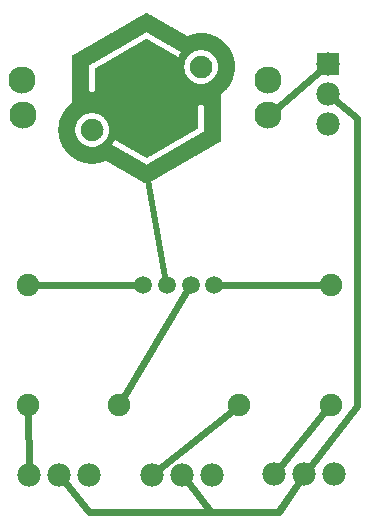
<source format=gtl>
G04 MADE WITH FRITZING*
G04 WWW.FRITZING.ORG*
G04 DOUBLE SIDED*
G04 HOLES PLATED*
G04 CONTOUR ON CENTER OF CONTOUR VECTOR*
%ASAXBY*%
%FSLAX23Y23*%
%MOIN*%
%OFA0B0*%
%SFA1.0B1.0*%
%ADD10C,0.078000*%
%ADD11C,0.075000*%
%ADD12C,0.090551*%
%ADD13C,0.059055*%
%ADD14R,0.100000X0.011111*%
%ADD15R,0.078000X0.078000*%
%ADD16C,0.024000*%
%ADD17C,0.021000*%
%ADD18R,0.001000X0.001000*%
%LNCOPPER1*%
G90*
G70*
G54D10*
X1143Y1542D03*
X1143Y1442D03*
X1143Y1342D03*
G54D11*
X1151Y807D03*
X1151Y407D03*
X444Y405D03*
X844Y405D03*
X143Y807D03*
X143Y407D03*
G54D10*
X1163Y176D03*
X1063Y176D03*
X963Y176D03*
X756Y174D03*
X656Y174D03*
X556Y174D03*
X345Y174D03*
X245Y174D03*
X145Y174D03*
G54D12*
X943Y1372D03*
X942Y1491D03*
X124Y1372D03*
X123Y1491D03*
G54D13*
X762Y806D03*
X684Y806D03*
X605Y806D03*
X526Y806D03*
G54D14*
X536Y1194D03*
G54D15*
X1143Y1542D03*
G54D16*
X1122Y807D02*
X789Y806D01*
D02*
X172Y807D02*
X499Y806D01*
D02*
X459Y429D02*
X670Y783D01*
D02*
X145Y204D02*
X143Y379D01*
D02*
X580Y193D02*
X822Y387D01*
D02*
X982Y199D02*
X1133Y385D01*
G54D17*
D02*
X600Y833D02*
X536Y1194D01*
G54D16*
D02*
X1240Y1363D02*
X1166Y1423D01*
D02*
X1240Y402D02*
X1240Y1363D01*
D02*
X1081Y199D02*
X1240Y402D01*
D02*
X1120Y1523D02*
X967Y1392D01*
D02*
X977Y50D02*
X346Y50D01*
D02*
X346Y50D02*
X264Y151D01*
D02*
X1046Y151D02*
X977Y50D01*
D02*
X976Y50D02*
X751Y50D01*
D02*
X751Y50D02*
X675Y150D01*
D02*
X1046Y151D02*
X976Y50D01*
G54D18*
X536Y1713D02*
X538Y1713D01*
X535Y1712D02*
X540Y1712D01*
X533Y1711D02*
X541Y1711D01*
X531Y1710D02*
X543Y1710D01*
X529Y1709D02*
X545Y1709D01*
X528Y1708D02*
X546Y1708D01*
X526Y1707D02*
X548Y1707D01*
X524Y1706D02*
X550Y1706D01*
X522Y1705D02*
X552Y1705D01*
X521Y1704D02*
X553Y1704D01*
X519Y1703D02*
X555Y1703D01*
X517Y1702D02*
X557Y1702D01*
X515Y1701D02*
X559Y1701D01*
X514Y1700D02*
X560Y1700D01*
X512Y1699D02*
X562Y1699D01*
X510Y1698D02*
X564Y1698D01*
X509Y1697D02*
X566Y1697D01*
X507Y1696D02*
X567Y1696D01*
X505Y1695D02*
X569Y1695D01*
X503Y1694D02*
X571Y1694D01*
X502Y1693D02*
X572Y1693D01*
X500Y1692D02*
X574Y1692D01*
X498Y1691D02*
X576Y1691D01*
X496Y1690D02*
X578Y1690D01*
X495Y1689D02*
X579Y1689D01*
X493Y1688D02*
X581Y1688D01*
X491Y1687D02*
X583Y1687D01*
X490Y1686D02*
X585Y1686D01*
X488Y1685D02*
X586Y1685D01*
X486Y1684D02*
X588Y1684D01*
X484Y1683D02*
X590Y1683D01*
X483Y1682D02*
X591Y1682D01*
X481Y1681D02*
X593Y1681D01*
X479Y1680D02*
X595Y1680D01*
X477Y1679D02*
X597Y1679D01*
X476Y1678D02*
X598Y1678D01*
X474Y1677D02*
X600Y1677D01*
X472Y1676D02*
X602Y1676D01*
X470Y1675D02*
X604Y1675D01*
X469Y1674D02*
X605Y1674D01*
X467Y1673D02*
X607Y1673D01*
X465Y1672D02*
X609Y1672D01*
X464Y1671D02*
X611Y1671D01*
X462Y1670D02*
X612Y1670D01*
X460Y1669D02*
X614Y1669D01*
X458Y1668D02*
X616Y1668D01*
X457Y1667D02*
X617Y1667D01*
X455Y1666D02*
X619Y1666D01*
X453Y1665D02*
X621Y1665D01*
X451Y1664D02*
X623Y1664D01*
X450Y1663D02*
X624Y1663D01*
X448Y1662D02*
X626Y1662D01*
X446Y1661D02*
X628Y1661D01*
X444Y1660D02*
X630Y1660D01*
X443Y1659D02*
X631Y1659D01*
X441Y1658D02*
X633Y1658D01*
X439Y1657D02*
X635Y1657D01*
X438Y1656D02*
X637Y1656D01*
X436Y1655D02*
X638Y1655D01*
X434Y1654D02*
X640Y1654D01*
X432Y1653D02*
X642Y1653D01*
X431Y1652D02*
X643Y1652D01*
X429Y1651D02*
X645Y1651D01*
X427Y1650D02*
X647Y1650D01*
X425Y1649D02*
X649Y1649D01*
X424Y1648D02*
X536Y1648D01*
X538Y1648D02*
X650Y1648D01*
X422Y1647D02*
X534Y1647D01*
X540Y1647D02*
X652Y1647D01*
X420Y1646D02*
X533Y1646D01*
X541Y1646D02*
X654Y1646D01*
X419Y1645D02*
X531Y1645D01*
X543Y1645D02*
X656Y1645D01*
X708Y1645D02*
X730Y1645D01*
X417Y1644D02*
X529Y1644D01*
X545Y1644D02*
X657Y1644D01*
X701Y1644D02*
X737Y1644D01*
X415Y1643D02*
X528Y1643D01*
X547Y1643D02*
X659Y1643D01*
X695Y1643D02*
X742Y1643D01*
X413Y1642D02*
X526Y1642D01*
X548Y1642D02*
X661Y1642D01*
X691Y1642D02*
X747Y1642D01*
X412Y1641D02*
X524Y1641D01*
X550Y1641D02*
X663Y1641D01*
X688Y1641D02*
X750Y1641D01*
X410Y1640D02*
X522Y1640D01*
X552Y1640D02*
X664Y1640D01*
X684Y1640D02*
X753Y1640D01*
X408Y1639D02*
X521Y1639D01*
X554Y1639D02*
X666Y1639D01*
X682Y1639D02*
X756Y1639D01*
X406Y1638D02*
X519Y1638D01*
X555Y1638D02*
X668Y1638D01*
X679Y1638D02*
X759Y1638D01*
X405Y1637D02*
X517Y1637D01*
X557Y1637D02*
X669Y1637D01*
X676Y1637D02*
X761Y1637D01*
X403Y1636D02*
X515Y1636D01*
X559Y1636D02*
X671Y1636D01*
X674Y1636D02*
X764Y1636D01*
X401Y1635D02*
X514Y1635D01*
X560Y1635D02*
X766Y1635D01*
X399Y1634D02*
X512Y1634D01*
X562Y1634D02*
X768Y1634D01*
X398Y1633D02*
X510Y1633D01*
X564Y1633D02*
X770Y1633D01*
X396Y1632D02*
X508Y1632D01*
X566Y1632D02*
X772Y1632D01*
X394Y1631D02*
X507Y1631D01*
X567Y1631D02*
X774Y1631D01*
X393Y1630D02*
X505Y1630D01*
X569Y1630D02*
X775Y1630D01*
X391Y1629D02*
X503Y1629D01*
X571Y1629D02*
X777Y1629D01*
X389Y1628D02*
X502Y1628D01*
X573Y1628D02*
X779Y1628D01*
X387Y1627D02*
X500Y1627D01*
X574Y1627D02*
X780Y1627D01*
X386Y1626D02*
X498Y1626D01*
X536Y1626D02*
X538Y1626D01*
X576Y1626D02*
X782Y1626D01*
X384Y1625D02*
X496Y1625D01*
X534Y1625D02*
X540Y1625D01*
X578Y1625D02*
X783Y1625D01*
X382Y1624D02*
X495Y1624D01*
X532Y1624D02*
X542Y1624D01*
X580Y1624D02*
X784Y1624D01*
X380Y1623D02*
X493Y1623D01*
X531Y1623D02*
X543Y1623D01*
X581Y1623D02*
X786Y1623D01*
X379Y1622D02*
X491Y1622D01*
X529Y1622D02*
X545Y1622D01*
X583Y1622D02*
X787Y1622D01*
X377Y1621D02*
X489Y1621D01*
X527Y1621D02*
X547Y1621D01*
X585Y1621D02*
X788Y1621D01*
X375Y1620D02*
X488Y1620D01*
X525Y1620D02*
X549Y1620D01*
X586Y1620D02*
X790Y1620D01*
X373Y1619D02*
X486Y1619D01*
X524Y1619D02*
X550Y1619D01*
X588Y1619D02*
X791Y1619D01*
X372Y1618D02*
X484Y1618D01*
X522Y1618D02*
X552Y1618D01*
X590Y1618D02*
X792Y1618D01*
X370Y1617D02*
X482Y1617D01*
X520Y1617D02*
X554Y1617D01*
X592Y1617D02*
X793Y1617D01*
X368Y1616D02*
X481Y1616D01*
X518Y1616D02*
X556Y1616D01*
X593Y1616D02*
X794Y1616D01*
X367Y1615D02*
X479Y1615D01*
X517Y1615D02*
X557Y1615D01*
X595Y1615D02*
X795Y1615D01*
X365Y1614D02*
X477Y1614D01*
X515Y1614D02*
X559Y1614D01*
X597Y1614D02*
X796Y1614D01*
X363Y1613D02*
X476Y1613D01*
X513Y1613D02*
X561Y1613D01*
X599Y1613D02*
X797Y1613D01*
X361Y1612D02*
X474Y1612D01*
X512Y1612D02*
X563Y1612D01*
X600Y1612D02*
X798Y1612D01*
X360Y1611D02*
X472Y1611D01*
X510Y1611D02*
X564Y1611D01*
X602Y1611D02*
X799Y1611D01*
X358Y1610D02*
X470Y1610D01*
X508Y1610D02*
X566Y1610D01*
X604Y1610D02*
X800Y1610D01*
X356Y1609D02*
X469Y1609D01*
X506Y1609D02*
X568Y1609D01*
X606Y1609D02*
X801Y1609D01*
X354Y1608D02*
X467Y1608D01*
X505Y1608D02*
X569Y1608D01*
X607Y1608D02*
X802Y1608D01*
X353Y1607D02*
X465Y1607D01*
X503Y1607D02*
X571Y1607D01*
X609Y1607D02*
X803Y1607D01*
X351Y1606D02*
X463Y1606D01*
X501Y1606D02*
X573Y1606D01*
X611Y1606D02*
X804Y1606D01*
X349Y1605D02*
X462Y1605D01*
X499Y1605D02*
X575Y1605D01*
X612Y1605D02*
X805Y1605D01*
X348Y1604D02*
X460Y1604D01*
X498Y1604D02*
X576Y1604D01*
X614Y1604D02*
X806Y1604D01*
X346Y1603D02*
X458Y1603D01*
X496Y1603D02*
X578Y1603D01*
X616Y1603D02*
X806Y1603D01*
X344Y1602D02*
X456Y1602D01*
X494Y1602D02*
X580Y1602D01*
X618Y1602D02*
X807Y1602D01*
X342Y1601D02*
X455Y1601D01*
X492Y1601D02*
X582Y1601D01*
X619Y1601D02*
X808Y1601D01*
X341Y1600D02*
X453Y1600D01*
X491Y1600D02*
X583Y1600D01*
X621Y1600D02*
X809Y1600D01*
X339Y1599D02*
X451Y1599D01*
X489Y1599D02*
X585Y1599D01*
X623Y1599D02*
X809Y1599D01*
X337Y1598D02*
X450Y1598D01*
X487Y1598D02*
X587Y1598D01*
X625Y1598D02*
X810Y1598D01*
X335Y1597D02*
X448Y1597D01*
X486Y1597D02*
X589Y1597D01*
X626Y1597D02*
X811Y1597D01*
X334Y1596D02*
X446Y1596D01*
X484Y1596D02*
X590Y1596D01*
X628Y1596D02*
X812Y1596D01*
X332Y1595D02*
X444Y1595D01*
X482Y1595D02*
X592Y1595D01*
X630Y1595D02*
X812Y1595D01*
X330Y1594D02*
X443Y1594D01*
X480Y1594D02*
X594Y1594D01*
X632Y1594D02*
X813Y1594D01*
X328Y1593D02*
X441Y1593D01*
X479Y1593D02*
X595Y1593D01*
X633Y1593D02*
X814Y1593D01*
X327Y1592D02*
X439Y1592D01*
X477Y1592D02*
X597Y1592D01*
X635Y1592D02*
X814Y1592D01*
X325Y1591D02*
X437Y1591D01*
X475Y1591D02*
X599Y1591D01*
X637Y1591D02*
X815Y1591D01*
X323Y1590D02*
X436Y1590D01*
X473Y1590D02*
X601Y1590D01*
X638Y1590D02*
X815Y1590D01*
X322Y1589D02*
X434Y1589D01*
X472Y1589D02*
X602Y1589D01*
X640Y1589D02*
X816Y1589D01*
X320Y1588D02*
X432Y1588D01*
X470Y1588D02*
X604Y1588D01*
X642Y1588D02*
X708Y1588D01*
X729Y1588D02*
X817Y1588D01*
X318Y1587D02*
X430Y1587D01*
X468Y1587D02*
X606Y1587D01*
X644Y1587D02*
X704Y1587D01*
X734Y1587D02*
X817Y1587D01*
X316Y1586D02*
X429Y1586D01*
X467Y1586D02*
X608Y1586D01*
X645Y1586D02*
X700Y1586D01*
X737Y1586D02*
X818Y1586D01*
X315Y1585D02*
X427Y1585D01*
X465Y1585D02*
X609Y1585D01*
X647Y1585D02*
X698Y1585D01*
X740Y1585D02*
X818Y1585D01*
X313Y1584D02*
X425Y1584D01*
X463Y1584D02*
X611Y1584D01*
X649Y1584D02*
X695Y1584D01*
X742Y1584D02*
X819Y1584D01*
X311Y1583D02*
X424Y1583D01*
X461Y1583D02*
X613Y1583D01*
X651Y1583D02*
X693Y1583D01*
X744Y1583D02*
X819Y1583D01*
X309Y1582D02*
X422Y1582D01*
X460Y1582D02*
X615Y1582D01*
X652Y1582D02*
X691Y1582D01*
X746Y1582D02*
X820Y1582D01*
X308Y1581D02*
X420Y1581D01*
X458Y1581D02*
X616Y1581D01*
X652Y1581D02*
X690Y1581D01*
X748Y1581D02*
X820Y1581D01*
X306Y1580D02*
X418Y1580D01*
X456Y1580D02*
X618Y1580D01*
X651Y1580D02*
X688Y1580D01*
X750Y1580D02*
X821Y1580D01*
X304Y1579D02*
X417Y1579D01*
X454Y1579D02*
X620Y1579D01*
X651Y1579D02*
X686Y1579D01*
X751Y1579D02*
X821Y1579D01*
X302Y1578D02*
X415Y1578D01*
X453Y1578D02*
X621Y1578D01*
X650Y1578D02*
X685Y1578D01*
X752Y1578D02*
X822Y1578D01*
X301Y1577D02*
X413Y1577D01*
X451Y1577D02*
X623Y1577D01*
X649Y1577D02*
X684Y1577D01*
X754Y1577D02*
X822Y1577D01*
X299Y1576D02*
X411Y1576D01*
X449Y1576D02*
X625Y1576D01*
X649Y1576D02*
X682Y1576D01*
X755Y1576D02*
X822Y1576D01*
X297Y1575D02*
X410Y1575D01*
X447Y1575D02*
X627Y1575D01*
X648Y1575D02*
X681Y1575D01*
X756Y1575D02*
X823Y1575D01*
X296Y1574D02*
X408Y1574D01*
X446Y1574D02*
X628Y1574D01*
X647Y1574D02*
X680Y1574D01*
X757Y1574D02*
X823Y1574D01*
X294Y1573D02*
X406Y1573D01*
X444Y1573D02*
X630Y1573D01*
X647Y1573D02*
X679Y1573D01*
X758Y1573D02*
X824Y1573D01*
X292Y1572D02*
X404Y1572D01*
X442Y1572D02*
X632Y1572D01*
X646Y1572D02*
X678Y1572D01*
X759Y1572D02*
X824Y1572D01*
X290Y1571D02*
X403Y1571D01*
X441Y1571D02*
X634Y1571D01*
X646Y1571D02*
X677Y1571D01*
X760Y1571D02*
X824Y1571D01*
X290Y1570D02*
X401Y1570D01*
X439Y1570D02*
X635Y1570D01*
X645Y1570D02*
X676Y1570D01*
X714Y1570D02*
X724Y1570D01*
X761Y1570D02*
X825Y1570D01*
X290Y1569D02*
X399Y1569D01*
X437Y1569D02*
X637Y1569D01*
X645Y1569D02*
X675Y1569D01*
X709Y1569D02*
X729Y1569D01*
X762Y1569D02*
X825Y1569D01*
X290Y1568D02*
X398Y1568D01*
X435Y1568D02*
X639Y1568D01*
X644Y1568D02*
X675Y1568D01*
X706Y1568D02*
X732Y1568D01*
X763Y1568D02*
X825Y1568D01*
X290Y1567D02*
X396Y1567D01*
X434Y1567D02*
X641Y1567D01*
X644Y1567D02*
X674Y1567D01*
X703Y1567D02*
X734Y1567D01*
X764Y1567D02*
X826Y1567D01*
X290Y1566D02*
X394Y1566D01*
X432Y1566D02*
X673Y1566D01*
X701Y1566D02*
X736Y1566D01*
X764Y1566D02*
X826Y1566D01*
X290Y1565D02*
X392Y1565D01*
X430Y1565D02*
X672Y1565D01*
X700Y1565D02*
X738Y1565D01*
X765Y1565D02*
X826Y1565D01*
X290Y1564D02*
X391Y1564D01*
X428Y1564D02*
X672Y1564D01*
X698Y1564D02*
X739Y1564D01*
X766Y1564D02*
X827Y1564D01*
X290Y1563D02*
X389Y1563D01*
X427Y1563D02*
X671Y1563D01*
X697Y1563D02*
X741Y1563D01*
X767Y1563D02*
X827Y1563D01*
X290Y1562D02*
X387Y1562D01*
X425Y1562D02*
X670Y1562D01*
X695Y1562D02*
X742Y1562D01*
X767Y1562D02*
X827Y1562D01*
X290Y1561D02*
X385Y1561D01*
X423Y1561D02*
X670Y1561D01*
X694Y1561D02*
X743Y1561D01*
X768Y1561D02*
X828Y1561D01*
X290Y1560D02*
X384Y1560D01*
X421Y1560D02*
X669Y1560D01*
X693Y1560D02*
X744Y1560D01*
X768Y1560D02*
X828Y1560D01*
X290Y1559D02*
X382Y1559D01*
X420Y1559D02*
X669Y1559D01*
X692Y1559D02*
X745Y1559D01*
X769Y1559D02*
X828Y1559D01*
X290Y1558D02*
X380Y1558D01*
X418Y1558D02*
X668Y1558D01*
X691Y1558D02*
X746Y1558D01*
X769Y1558D02*
X828Y1558D01*
X290Y1557D02*
X379Y1557D01*
X416Y1557D02*
X668Y1557D01*
X690Y1557D02*
X747Y1557D01*
X770Y1557D02*
X828Y1557D01*
X290Y1556D02*
X377Y1556D01*
X415Y1556D02*
X667Y1556D01*
X690Y1556D02*
X748Y1556D01*
X770Y1556D02*
X829Y1556D01*
X290Y1555D02*
X375Y1555D01*
X413Y1555D02*
X667Y1555D01*
X689Y1555D02*
X749Y1555D01*
X771Y1555D02*
X829Y1555D01*
X290Y1554D02*
X373Y1554D01*
X411Y1554D02*
X666Y1554D01*
X688Y1554D02*
X749Y1554D01*
X771Y1554D02*
X829Y1554D01*
X290Y1553D02*
X372Y1553D01*
X409Y1553D02*
X666Y1553D01*
X687Y1553D02*
X750Y1553D01*
X772Y1553D02*
X829Y1553D01*
X290Y1552D02*
X370Y1552D01*
X408Y1552D02*
X666Y1552D01*
X687Y1552D02*
X751Y1552D01*
X772Y1552D02*
X829Y1552D01*
X290Y1551D02*
X368Y1551D01*
X406Y1551D02*
X665Y1551D01*
X686Y1551D02*
X751Y1551D01*
X772Y1551D02*
X830Y1551D01*
X290Y1550D02*
X366Y1550D01*
X404Y1550D02*
X665Y1550D01*
X686Y1550D02*
X752Y1550D01*
X773Y1550D02*
X830Y1550D01*
X290Y1549D02*
X365Y1549D01*
X402Y1549D02*
X664Y1549D01*
X685Y1549D02*
X752Y1549D01*
X773Y1549D02*
X830Y1549D01*
X290Y1548D02*
X363Y1548D01*
X401Y1548D02*
X664Y1548D01*
X685Y1548D02*
X753Y1548D01*
X773Y1548D02*
X830Y1548D01*
X290Y1547D02*
X361Y1547D01*
X399Y1547D02*
X664Y1547D01*
X684Y1547D02*
X753Y1547D01*
X774Y1547D02*
X830Y1547D01*
X290Y1546D02*
X359Y1546D01*
X397Y1546D02*
X664Y1546D01*
X684Y1546D02*
X754Y1546D01*
X774Y1546D02*
X830Y1546D01*
X290Y1545D02*
X358Y1545D01*
X395Y1545D02*
X663Y1545D01*
X684Y1545D02*
X754Y1545D01*
X774Y1545D02*
X830Y1545D01*
X290Y1544D02*
X356Y1544D01*
X394Y1544D02*
X663Y1544D01*
X683Y1544D02*
X754Y1544D01*
X774Y1544D02*
X831Y1544D01*
X290Y1543D02*
X354Y1543D01*
X392Y1543D02*
X663Y1543D01*
X683Y1543D02*
X755Y1543D01*
X774Y1543D02*
X831Y1543D01*
X290Y1542D02*
X353Y1542D01*
X390Y1542D02*
X663Y1542D01*
X683Y1542D02*
X755Y1542D01*
X775Y1542D02*
X831Y1542D01*
X290Y1541D02*
X351Y1541D01*
X389Y1541D02*
X663Y1541D01*
X682Y1541D02*
X755Y1541D01*
X775Y1541D02*
X831Y1541D01*
X290Y1540D02*
X349Y1540D01*
X387Y1540D02*
X663Y1540D01*
X682Y1540D02*
X755Y1540D01*
X775Y1540D02*
X831Y1540D01*
X290Y1539D02*
X347Y1539D01*
X385Y1539D02*
X662Y1539D01*
X682Y1539D02*
X755Y1539D01*
X775Y1539D02*
X831Y1539D01*
X290Y1538D02*
X346Y1538D01*
X383Y1538D02*
X662Y1538D01*
X682Y1538D02*
X756Y1538D01*
X775Y1538D02*
X831Y1538D01*
X290Y1537D02*
X346Y1537D01*
X382Y1537D02*
X662Y1537D01*
X682Y1537D02*
X756Y1537D01*
X775Y1537D02*
X831Y1537D01*
X290Y1536D02*
X346Y1536D01*
X380Y1536D02*
X662Y1536D01*
X682Y1536D02*
X756Y1536D01*
X775Y1536D02*
X831Y1536D01*
X290Y1535D02*
X346Y1535D01*
X378Y1535D02*
X662Y1535D01*
X682Y1535D02*
X756Y1535D01*
X775Y1535D02*
X831Y1535D01*
X290Y1534D02*
X346Y1534D01*
X376Y1534D02*
X662Y1534D01*
X682Y1534D02*
X756Y1534D01*
X775Y1534D02*
X831Y1534D01*
X290Y1533D02*
X346Y1533D01*
X375Y1533D02*
X662Y1533D01*
X682Y1533D02*
X756Y1533D01*
X775Y1533D02*
X831Y1533D01*
X290Y1532D02*
X346Y1532D01*
X373Y1532D02*
X662Y1532D01*
X682Y1532D02*
X756Y1532D01*
X775Y1532D02*
X831Y1532D01*
X290Y1531D02*
X346Y1531D01*
X371Y1531D02*
X662Y1531D01*
X682Y1531D02*
X756Y1531D01*
X775Y1531D02*
X831Y1531D01*
X290Y1530D02*
X346Y1530D01*
X370Y1530D02*
X662Y1530D01*
X682Y1530D02*
X756Y1530D01*
X775Y1530D02*
X831Y1530D01*
X290Y1529D02*
X346Y1529D01*
X368Y1529D02*
X662Y1529D01*
X682Y1529D02*
X756Y1529D01*
X775Y1529D02*
X831Y1529D01*
X290Y1528D02*
X346Y1528D01*
X366Y1528D02*
X662Y1528D01*
X682Y1528D02*
X756Y1528D01*
X775Y1528D02*
X831Y1528D01*
X290Y1527D02*
X346Y1527D01*
X365Y1527D02*
X662Y1527D01*
X682Y1527D02*
X756Y1527D01*
X775Y1527D02*
X831Y1527D01*
X290Y1526D02*
X346Y1526D01*
X365Y1526D02*
X663Y1526D01*
X682Y1526D02*
X755Y1526D01*
X775Y1526D02*
X831Y1526D01*
X290Y1525D02*
X346Y1525D01*
X365Y1525D02*
X663Y1525D01*
X682Y1525D02*
X755Y1525D01*
X775Y1525D02*
X831Y1525D01*
X290Y1524D02*
X346Y1524D01*
X365Y1524D02*
X663Y1524D01*
X683Y1524D02*
X755Y1524D01*
X775Y1524D02*
X831Y1524D01*
X290Y1523D02*
X346Y1523D01*
X365Y1523D02*
X663Y1523D01*
X683Y1523D02*
X755Y1523D01*
X775Y1523D02*
X831Y1523D01*
X290Y1522D02*
X346Y1522D01*
X365Y1522D02*
X663Y1522D01*
X683Y1522D02*
X754Y1522D01*
X774Y1522D02*
X831Y1522D01*
X290Y1521D02*
X346Y1521D01*
X365Y1521D02*
X663Y1521D01*
X683Y1521D02*
X754Y1521D01*
X774Y1521D02*
X830Y1521D01*
X290Y1520D02*
X346Y1520D01*
X365Y1520D02*
X664Y1520D01*
X684Y1520D02*
X754Y1520D01*
X774Y1520D02*
X830Y1520D01*
X290Y1519D02*
X346Y1519D01*
X365Y1519D02*
X664Y1519D01*
X684Y1519D02*
X753Y1519D01*
X774Y1519D02*
X830Y1519D01*
X290Y1518D02*
X346Y1518D01*
X365Y1518D02*
X664Y1518D01*
X685Y1518D02*
X753Y1518D01*
X773Y1518D02*
X830Y1518D01*
X290Y1517D02*
X346Y1517D01*
X365Y1517D02*
X664Y1517D01*
X685Y1517D02*
X753Y1517D01*
X773Y1517D02*
X830Y1517D01*
X290Y1516D02*
X346Y1516D01*
X365Y1516D02*
X665Y1516D01*
X685Y1516D02*
X752Y1516D01*
X773Y1516D02*
X830Y1516D01*
X290Y1515D02*
X346Y1515D01*
X365Y1515D02*
X665Y1515D01*
X686Y1515D02*
X752Y1515D01*
X773Y1515D02*
X830Y1515D01*
X290Y1514D02*
X346Y1514D01*
X365Y1514D02*
X665Y1514D01*
X687Y1514D02*
X751Y1514D01*
X772Y1514D02*
X829Y1514D01*
X290Y1513D02*
X346Y1513D01*
X365Y1513D02*
X666Y1513D01*
X687Y1513D02*
X750Y1513D01*
X772Y1513D02*
X829Y1513D01*
X290Y1512D02*
X346Y1512D01*
X365Y1512D02*
X666Y1512D01*
X688Y1512D02*
X750Y1512D01*
X771Y1512D02*
X829Y1512D01*
X290Y1511D02*
X346Y1511D01*
X365Y1511D02*
X666Y1511D01*
X688Y1511D02*
X749Y1511D01*
X771Y1511D02*
X829Y1511D01*
X290Y1510D02*
X346Y1510D01*
X365Y1510D02*
X667Y1510D01*
X689Y1510D02*
X748Y1510D01*
X771Y1510D02*
X829Y1510D01*
X290Y1509D02*
X346Y1509D01*
X365Y1509D02*
X667Y1509D01*
X690Y1509D02*
X748Y1509D01*
X770Y1509D02*
X829Y1509D01*
X290Y1508D02*
X346Y1508D01*
X365Y1508D02*
X668Y1508D01*
X691Y1508D02*
X747Y1508D01*
X770Y1508D02*
X828Y1508D01*
X290Y1507D02*
X346Y1507D01*
X365Y1507D02*
X668Y1507D01*
X692Y1507D02*
X746Y1507D01*
X769Y1507D02*
X828Y1507D01*
X290Y1506D02*
X346Y1506D01*
X365Y1506D02*
X669Y1506D01*
X693Y1506D02*
X745Y1506D01*
X769Y1506D02*
X828Y1506D01*
X290Y1505D02*
X346Y1505D01*
X365Y1505D02*
X669Y1505D01*
X694Y1505D02*
X744Y1505D01*
X768Y1505D02*
X828Y1505D01*
X290Y1504D02*
X346Y1504D01*
X365Y1504D02*
X670Y1504D01*
X695Y1504D02*
X743Y1504D01*
X767Y1504D02*
X827Y1504D01*
X290Y1503D02*
X346Y1503D01*
X365Y1503D02*
X671Y1503D01*
X696Y1503D02*
X741Y1503D01*
X767Y1503D02*
X827Y1503D01*
X290Y1502D02*
X346Y1502D01*
X365Y1502D02*
X671Y1502D01*
X697Y1502D02*
X740Y1502D01*
X766Y1502D02*
X827Y1502D01*
X290Y1501D02*
X346Y1501D01*
X365Y1501D02*
X672Y1501D01*
X699Y1501D02*
X739Y1501D01*
X766Y1501D02*
X826Y1501D01*
X290Y1500D02*
X346Y1500D01*
X365Y1500D02*
X673Y1500D01*
X701Y1500D02*
X737Y1500D01*
X765Y1500D02*
X826Y1500D01*
X290Y1499D02*
X346Y1499D01*
X365Y1499D02*
X673Y1499D01*
X702Y1499D02*
X735Y1499D01*
X764Y1499D02*
X826Y1499D01*
X290Y1498D02*
X346Y1498D01*
X365Y1498D02*
X674Y1498D01*
X705Y1498D02*
X733Y1498D01*
X763Y1498D02*
X826Y1498D01*
X290Y1497D02*
X346Y1497D01*
X365Y1497D02*
X675Y1497D01*
X707Y1497D02*
X730Y1497D01*
X763Y1497D02*
X825Y1497D01*
X290Y1496D02*
X346Y1496D01*
X365Y1496D02*
X676Y1496D01*
X711Y1496D02*
X727Y1496D01*
X762Y1496D02*
X825Y1496D01*
X290Y1495D02*
X346Y1495D01*
X365Y1495D02*
X677Y1495D01*
X761Y1495D02*
X825Y1495D01*
X290Y1494D02*
X346Y1494D01*
X365Y1494D02*
X678Y1494D01*
X760Y1494D02*
X824Y1494D01*
X290Y1493D02*
X346Y1493D01*
X365Y1493D02*
X679Y1493D01*
X759Y1493D02*
X824Y1493D01*
X290Y1492D02*
X346Y1492D01*
X365Y1492D02*
X680Y1492D01*
X758Y1492D02*
X823Y1492D01*
X290Y1491D02*
X346Y1491D01*
X365Y1491D02*
X681Y1491D01*
X757Y1491D02*
X823Y1491D01*
X290Y1490D02*
X346Y1490D01*
X365Y1490D02*
X682Y1490D01*
X756Y1490D02*
X823Y1490D01*
X290Y1489D02*
X346Y1489D01*
X365Y1489D02*
X683Y1489D01*
X754Y1489D02*
X822Y1489D01*
X290Y1488D02*
X346Y1488D01*
X365Y1488D02*
X684Y1488D01*
X753Y1488D02*
X822Y1488D01*
X290Y1487D02*
X346Y1487D01*
X365Y1487D02*
X686Y1487D01*
X752Y1487D02*
X821Y1487D01*
X290Y1486D02*
X346Y1486D01*
X365Y1486D02*
X687Y1486D01*
X750Y1486D02*
X821Y1486D01*
X290Y1485D02*
X346Y1485D01*
X365Y1485D02*
X689Y1485D01*
X749Y1485D02*
X820Y1485D01*
X290Y1484D02*
X346Y1484D01*
X365Y1484D02*
X690Y1484D01*
X747Y1484D02*
X820Y1484D01*
X290Y1483D02*
X346Y1483D01*
X365Y1483D02*
X692Y1483D01*
X745Y1483D02*
X819Y1483D01*
X290Y1482D02*
X346Y1482D01*
X365Y1482D02*
X694Y1482D01*
X743Y1482D02*
X819Y1482D01*
X290Y1481D02*
X346Y1481D01*
X365Y1481D02*
X696Y1481D01*
X741Y1481D02*
X818Y1481D01*
X290Y1480D02*
X346Y1480D01*
X365Y1480D02*
X699Y1480D01*
X738Y1480D02*
X818Y1480D01*
X290Y1479D02*
X346Y1479D01*
X365Y1479D02*
X702Y1479D01*
X735Y1479D02*
X817Y1479D01*
X290Y1478D02*
X346Y1478D01*
X365Y1478D02*
X706Y1478D01*
X732Y1478D02*
X817Y1478D01*
X290Y1477D02*
X346Y1477D01*
X365Y1477D02*
X712Y1477D01*
X726Y1477D02*
X816Y1477D01*
X290Y1476D02*
X346Y1476D01*
X365Y1476D02*
X816Y1476D01*
X290Y1475D02*
X346Y1475D01*
X365Y1475D02*
X815Y1475D01*
X290Y1474D02*
X346Y1474D01*
X365Y1474D02*
X814Y1474D01*
X290Y1473D02*
X346Y1473D01*
X365Y1473D02*
X814Y1473D01*
X290Y1472D02*
X346Y1472D01*
X365Y1472D02*
X813Y1472D01*
X290Y1471D02*
X346Y1471D01*
X365Y1471D02*
X813Y1471D01*
X290Y1470D02*
X346Y1470D01*
X365Y1470D02*
X812Y1470D01*
X290Y1469D02*
X346Y1469D01*
X365Y1469D02*
X811Y1469D01*
X290Y1468D02*
X346Y1468D01*
X365Y1468D02*
X810Y1468D01*
X290Y1467D02*
X346Y1467D01*
X365Y1467D02*
X810Y1467D01*
X290Y1466D02*
X346Y1466D01*
X365Y1466D02*
X809Y1466D01*
X290Y1465D02*
X346Y1465D01*
X365Y1465D02*
X808Y1465D01*
X290Y1464D02*
X346Y1464D01*
X365Y1464D02*
X808Y1464D01*
X290Y1463D02*
X346Y1463D01*
X365Y1463D02*
X807Y1463D01*
X290Y1462D02*
X346Y1462D01*
X365Y1462D02*
X806Y1462D01*
X290Y1461D02*
X346Y1461D01*
X365Y1461D02*
X805Y1461D01*
X290Y1460D02*
X346Y1460D01*
X365Y1460D02*
X804Y1460D01*
X290Y1459D02*
X346Y1459D01*
X365Y1459D02*
X803Y1459D01*
X290Y1458D02*
X346Y1458D01*
X365Y1458D02*
X803Y1458D01*
X290Y1457D02*
X346Y1457D01*
X365Y1457D02*
X802Y1457D01*
X290Y1456D02*
X346Y1456D01*
X365Y1456D02*
X801Y1456D01*
X290Y1455D02*
X346Y1455D01*
X365Y1455D02*
X800Y1455D01*
X290Y1454D02*
X346Y1454D01*
X364Y1454D02*
X799Y1454D01*
X290Y1453D02*
X347Y1453D01*
X364Y1453D02*
X798Y1453D01*
X290Y1452D02*
X347Y1452D01*
X363Y1452D02*
X797Y1452D01*
X290Y1451D02*
X348Y1451D01*
X363Y1451D02*
X796Y1451D01*
X290Y1450D02*
X349Y1450D01*
X361Y1450D02*
X795Y1450D01*
X290Y1449D02*
X351Y1449D01*
X360Y1449D02*
X794Y1449D01*
X290Y1448D02*
X792Y1448D01*
X290Y1447D02*
X791Y1447D01*
X290Y1446D02*
X790Y1446D01*
X290Y1445D02*
X789Y1445D01*
X290Y1444D02*
X788Y1444D01*
X290Y1443D02*
X786Y1443D01*
X290Y1442D02*
X785Y1442D01*
X290Y1441D02*
X784Y1441D01*
X290Y1440D02*
X784Y1440D01*
X290Y1439D02*
X784Y1439D01*
X290Y1438D02*
X784Y1438D01*
X290Y1437D02*
X784Y1437D01*
X290Y1436D02*
X784Y1436D01*
X290Y1435D02*
X784Y1435D01*
X290Y1434D02*
X784Y1434D01*
X290Y1433D02*
X784Y1433D01*
X290Y1432D02*
X784Y1432D01*
X290Y1431D02*
X784Y1431D01*
X290Y1430D02*
X784Y1430D01*
X290Y1429D02*
X784Y1429D01*
X290Y1428D02*
X784Y1428D01*
X290Y1427D02*
X784Y1427D01*
X290Y1426D02*
X784Y1426D01*
X290Y1425D02*
X784Y1425D01*
X290Y1424D02*
X784Y1424D01*
X290Y1423D02*
X784Y1423D01*
X290Y1422D02*
X784Y1422D01*
X290Y1421D02*
X784Y1421D01*
X290Y1420D02*
X784Y1420D01*
X290Y1419D02*
X784Y1419D01*
X290Y1418D02*
X784Y1418D01*
X290Y1417D02*
X784Y1417D01*
X290Y1416D02*
X784Y1416D01*
X290Y1415D02*
X784Y1415D01*
X289Y1414D02*
X784Y1414D01*
X288Y1413D02*
X784Y1413D01*
X287Y1412D02*
X784Y1412D01*
X286Y1411D02*
X784Y1411D01*
X284Y1410D02*
X784Y1410D01*
X283Y1409D02*
X784Y1409D01*
X282Y1408D02*
X784Y1408D01*
X281Y1407D02*
X715Y1407D01*
X723Y1407D02*
X784Y1407D01*
X280Y1406D02*
X713Y1406D01*
X724Y1406D02*
X784Y1406D01*
X279Y1405D02*
X712Y1405D01*
X726Y1405D02*
X784Y1405D01*
X278Y1404D02*
X711Y1404D01*
X727Y1404D02*
X784Y1404D01*
X277Y1403D02*
X710Y1403D01*
X727Y1403D02*
X784Y1403D01*
X276Y1402D02*
X710Y1402D01*
X728Y1402D02*
X784Y1402D01*
X275Y1401D02*
X709Y1401D01*
X728Y1401D02*
X784Y1401D01*
X274Y1400D02*
X709Y1400D01*
X728Y1400D02*
X784Y1400D01*
X273Y1399D02*
X709Y1399D01*
X728Y1399D02*
X784Y1399D01*
X272Y1398D02*
X709Y1398D01*
X728Y1398D02*
X784Y1398D01*
X271Y1397D02*
X709Y1397D01*
X728Y1397D02*
X784Y1397D01*
X270Y1396D02*
X709Y1396D01*
X728Y1396D02*
X784Y1396D01*
X269Y1395D02*
X709Y1395D01*
X728Y1395D02*
X784Y1395D01*
X268Y1394D02*
X709Y1394D01*
X728Y1394D02*
X784Y1394D01*
X268Y1393D02*
X709Y1393D01*
X728Y1393D02*
X784Y1393D01*
X267Y1392D02*
X709Y1392D01*
X728Y1392D02*
X784Y1392D01*
X266Y1391D02*
X709Y1391D01*
X728Y1391D02*
X784Y1391D01*
X265Y1390D02*
X709Y1390D01*
X728Y1390D02*
X784Y1390D01*
X265Y1389D02*
X709Y1389D01*
X728Y1389D02*
X784Y1389D01*
X264Y1388D02*
X709Y1388D01*
X728Y1388D02*
X784Y1388D01*
X263Y1387D02*
X709Y1387D01*
X728Y1387D02*
X784Y1387D01*
X262Y1386D02*
X709Y1386D01*
X728Y1386D02*
X784Y1386D01*
X262Y1385D02*
X709Y1385D01*
X728Y1385D02*
X784Y1385D01*
X261Y1384D02*
X709Y1384D01*
X728Y1384D02*
X784Y1384D01*
X260Y1383D02*
X709Y1383D01*
X728Y1383D02*
X784Y1383D01*
X260Y1382D02*
X709Y1382D01*
X728Y1382D02*
X784Y1382D01*
X259Y1381D02*
X709Y1381D01*
X728Y1381D02*
X784Y1381D01*
X259Y1380D02*
X709Y1380D01*
X728Y1380D02*
X784Y1380D01*
X258Y1379D02*
X353Y1379D01*
X357Y1379D02*
X709Y1379D01*
X728Y1379D02*
X784Y1379D01*
X258Y1378D02*
X344Y1378D01*
X367Y1378D02*
X709Y1378D01*
X728Y1378D02*
X784Y1378D01*
X257Y1377D02*
X340Y1377D01*
X371Y1377D02*
X709Y1377D01*
X728Y1377D02*
X784Y1377D01*
X256Y1376D02*
X337Y1376D01*
X374Y1376D02*
X709Y1376D01*
X728Y1376D02*
X784Y1376D01*
X256Y1375D02*
X334Y1375D01*
X377Y1375D02*
X709Y1375D01*
X728Y1375D02*
X784Y1375D01*
X255Y1374D02*
X332Y1374D01*
X379Y1374D02*
X709Y1374D01*
X728Y1374D02*
X784Y1374D01*
X255Y1373D02*
X330Y1373D01*
X381Y1373D02*
X709Y1373D01*
X728Y1373D02*
X784Y1373D01*
X254Y1372D02*
X328Y1372D01*
X383Y1372D02*
X709Y1372D01*
X728Y1372D02*
X784Y1372D01*
X254Y1371D02*
X326Y1371D01*
X385Y1371D02*
X709Y1371D01*
X728Y1371D02*
X784Y1371D01*
X253Y1370D02*
X324Y1370D01*
X386Y1370D02*
X709Y1370D01*
X728Y1370D02*
X784Y1370D01*
X253Y1369D02*
X323Y1369D01*
X388Y1369D02*
X709Y1369D01*
X728Y1369D02*
X784Y1369D01*
X252Y1368D02*
X321Y1368D01*
X389Y1368D02*
X709Y1368D01*
X728Y1368D02*
X784Y1368D01*
X252Y1367D02*
X320Y1367D01*
X391Y1367D02*
X709Y1367D01*
X728Y1367D02*
X784Y1367D01*
X252Y1366D02*
X319Y1366D01*
X392Y1366D02*
X709Y1366D01*
X728Y1366D02*
X784Y1366D01*
X251Y1365D02*
X318Y1365D01*
X393Y1365D02*
X709Y1365D01*
X728Y1365D02*
X784Y1365D01*
X251Y1364D02*
X317Y1364D01*
X394Y1364D02*
X709Y1364D01*
X728Y1364D02*
X784Y1364D01*
X250Y1363D02*
X316Y1363D01*
X395Y1363D02*
X709Y1363D01*
X728Y1363D02*
X784Y1363D01*
X250Y1362D02*
X315Y1362D01*
X396Y1362D02*
X709Y1362D01*
X728Y1362D02*
X784Y1362D01*
X250Y1361D02*
X314Y1361D01*
X397Y1361D02*
X709Y1361D01*
X728Y1361D02*
X784Y1361D01*
X249Y1360D02*
X313Y1360D01*
X349Y1360D02*
X362Y1360D01*
X398Y1360D02*
X709Y1360D01*
X728Y1360D02*
X784Y1360D01*
X249Y1359D02*
X312Y1359D01*
X345Y1359D02*
X366Y1359D01*
X399Y1359D02*
X709Y1359D01*
X728Y1359D02*
X784Y1359D01*
X249Y1358D02*
X311Y1358D01*
X342Y1358D02*
X369Y1358D01*
X400Y1358D02*
X709Y1358D01*
X728Y1358D02*
X784Y1358D01*
X248Y1357D02*
X310Y1357D01*
X340Y1357D02*
X371Y1357D01*
X400Y1357D02*
X709Y1357D01*
X728Y1357D02*
X784Y1357D01*
X248Y1356D02*
X310Y1356D01*
X338Y1356D02*
X373Y1356D01*
X401Y1356D02*
X709Y1356D01*
X728Y1356D02*
X784Y1356D01*
X248Y1355D02*
X309Y1355D01*
X336Y1355D02*
X375Y1355D01*
X402Y1355D02*
X709Y1355D01*
X728Y1355D02*
X784Y1355D01*
X247Y1354D02*
X308Y1354D01*
X334Y1354D02*
X376Y1354D01*
X403Y1354D02*
X709Y1354D01*
X728Y1354D02*
X784Y1354D01*
X247Y1353D02*
X307Y1353D01*
X333Y1353D02*
X378Y1353D01*
X403Y1353D02*
X709Y1353D01*
X728Y1353D02*
X784Y1353D01*
X247Y1352D02*
X307Y1352D01*
X332Y1352D02*
X379Y1352D01*
X404Y1352D02*
X709Y1352D01*
X728Y1352D02*
X784Y1352D01*
X247Y1351D02*
X306Y1351D01*
X331Y1351D02*
X380Y1351D01*
X404Y1351D02*
X709Y1351D01*
X728Y1351D02*
X784Y1351D01*
X246Y1350D02*
X306Y1350D01*
X330Y1350D02*
X381Y1350D01*
X405Y1350D02*
X709Y1350D01*
X728Y1350D02*
X784Y1350D01*
X246Y1349D02*
X305Y1349D01*
X329Y1349D02*
X382Y1349D01*
X406Y1349D02*
X709Y1349D01*
X728Y1349D02*
X784Y1349D01*
X246Y1348D02*
X305Y1348D01*
X328Y1348D02*
X383Y1348D01*
X406Y1348D02*
X709Y1348D01*
X728Y1348D02*
X784Y1348D01*
X246Y1347D02*
X304Y1347D01*
X327Y1347D02*
X384Y1347D01*
X407Y1347D02*
X709Y1347D01*
X728Y1347D02*
X784Y1347D01*
X245Y1346D02*
X304Y1346D01*
X326Y1346D02*
X385Y1346D01*
X407Y1346D02*
X709Y1346D01*
X728Y1346D02*
X784Y1346D01*
X245Y1345D02*
X303Y1345D01*
X325Y1345D02*
X385Y1345D01*
X407Y1345D02*
X709Y1345D01*
X728Y1345D02*
X784Y1345D01*
X245Y1344D02*
X303Y1344D01*
X325Y1344D02*
X386Y1344D01*
X408Y1344D02*
X709Y1344D01*
X728Y1344D02*
X784Y1344D01*
X245Y1343D02*
X302Y1343D01*
X324Y1343D02*
X387Y1343D01*
X408Y1343D02*
X709Y1343D01*
X728Y1343D02*
X784Y1343D01*
X245Y1342D02*
X302Y1342D01*
X323Y1342D02*
X387Y1342D01*
X409Y1342D02*
X709Y1342D01*
X728Y1342D02*
X784Y1342D01*
X245Y1341D02*
X302Y1341D01*
X323Y1341D02*
X388Y1341D01*
X409Y1341D02*
X709Y1341D01*
X728Y1341D02*
X784Y1341D01*
X244Y1340D02*
X301Y1340D01*
X322Y1340D02*
X388Y1340D01*
X409Y1340D02*
X709Y1340D01*
X728Y1340D02*
X784Y1340D01*
X244Y1339D02*
X301Y1339D01*
X322Y1339D02*
X389Y1339D01*
X410Y1339D02*
X709Y1339D01*
X728Y1339D02*
X784Y1339D01*
X244Y1338D02*
X301Y1338D01*
X321Y1338D02*
X389Y1338D01*
X410Y1338D02*
X709Y1338D01*
X728Y1338D02*
X784Y1338D01*
X244Y1337D02*
X301Y1337D01*
X321Y1337D02*
X390Y1337D01*
X410Y1337D02*
X709Y1337D01*
X728Y1337D02*
X784Y1337D01*
X244Y1336D02*
X300Y1336D01*
X320Y1336D02*
X390Y1336D01*
X410Y1336D02*
X709Y1336D01*
X728Y1336D02*
X784Y1336D01*
X244Y1335D02*
X300Y1335D01*
X320Y1335D02*
X391Y1335D01*
X411Y1335D02*
X709Y1335D01*
X728Y1335D02*
X784Y1335D01*
X244Y1334D02*
X300Y1334D01*
X320Y1334D02*
X391Y1334D01*
X411Y1334D02*
X709Y1334D01*
X728Y1334D02*
X784Y1334D01*
X244Y1333D02*
X300Y1333D01*
X319Y1333D02*
X391Y1333D01*
X411Y1333D02*
X709Y1333D01*
X728Y1333D02*
X784Y1333D01*
X243Y1332D02*
X299Y1332D01*
X319Y1332D02*
X391Y1332D01*
X411Y1332D02*
X709Y1332D01*
X728Y1332D02*
X784Y1332D01*
X243Y1331D02*
X299Y1331D01*
X319Y1331D02*
X392Y1331D01*
X411Y1331D02*
X709Y1331D01*
X728Y1331D02*
X784Y1331D01*
X243Y1330D02*
X299Y1330D01*
X319Y1330D02*
X392Y1330D01*
X412Y1330D02*
X709Y1330D01*
X728Y1330D02*
X784Y1330D01*
X243Y1329D02*
X299Y1329D01*
X319Y1329D02*
X392Y1329D01*
X412Y1329D02*
X709Y1329D01*
X728Y1329D02*
X784Y1329D01*
X243Y1328D02*
X299Y1328D01*
X318Y1328D02*
X392Y1328D01*
X412Y1328D02*
X709Y1328D01*
X728Y1328D02*
X784Y1328D01*
X243Y1327D02*
X299Y1327D01*
X318Y1327D02*
X392Y1327D01*
X412Y1327D02*
X707Y1327D01*
X728Y1327D02*
X784Y1327D01*
X243Y1326D02*
X299Y1326D01*
X318Y1326D02*
X392Y1326D01*
X412Y1326D02*
X705Y1326D01*
X728Y1326D02*
X784Y1326D01*
X243Y1325D02*
X299Y1325D01*
X318Y1325D02*
X392Y1325D01*
X412Y1325D02*
X703Y1325D01*
X728Y1325D02*
X784Y1325D01*
X243Y1324D02*
X299Y1324D01*
X318Y1324D02*
X393Y1324D01*
X412Y1324D02*
X702Y1324D01*
X728Y1324D02*
X784Y1324D01*
X243Y1323D02*
X299Y1323D01*
X318Y1323D02*
X393Y1323D01*
X412Y1323D02*
X700Y1323D01*
X728Y1323D02*
X784Y1323D01*
X243Y1322D02*
X299Y1322D01*
X318Y1322D02*
X393Y1322D01*
X412Y1322D02*
X698Y1322D01*
X728Y1322D02*
X784Y1322D01*
X243Y1321D02*
X299Y1321D01*
X318Y1321D02*
X392Y1321D01*
X412Y1321D02*
X697Y1321D01*
X728Y1321D02*
X784Y1321D01*
X243Y1320D02*
X299Y1320D01*
X318Y1320D02*
X392Y1320D01*
X412Y1320D02*
X695Y1320D01*
X728Y1320D02*
X784Y1320D01*
X243Y1319D02*
X299Y1319D01*
X318Y1319D02*
X392Y1319D01*
X412Y1319D02*
X693Y1319D01*
X728Y1319D02*
X784Y1319D01*
X243Y1318D02*
X299Y1318D01*
X318Y1318D02*
X392Y1318D01*
X412Y1318D02*
X691Y1318D01*
X728Y1318D02*
X784Y1318D01*
X243Y1317D02*
X299Y1317D01*
X319Y1317D02*
X392Y1317D01*
X412Y1317D02*
X690Y1317D01*
X727Y1317D02*
X784Y1317D01*
X243Y1316D02*
X299Y1316D01*
X319Y1316D02*
X392Y1316D01*
X412Y1316D02*
X688Y1316D01*
X726Y1316D02*
X784Y1316D01*
X243Y1315D02*
X299Y1315D01*
X319Y1315D02*
X392Y1315D01*
X411Y1315D02*
X686Y1315D01*
X724Y1315D02*
X784Y1315D01*
X243Y1314D02*
X299Y1314D01*
X319Y1314D02*
X391Y1314D01*
X411Y1314D02*
X684Y1314D01*
X722Y1314D02*
X784Y1314D01*
X243Y1313D02*
X300Y1313D01*
X319Y1313D02*
X391Y1313D01*
X411Y1313D02*
X683Y1313D01*
X720Y1313D02*
X784Y1313D01*
X244Y1312D02*
X300Y1312D01*
X320Y1312D02*
X391Y1312D01*
X411Y1312D02*
X681Y1312D01*
X719Y1312D02*
X784Y1312D01*
X244Y1311D02*
X300Y1311D01*
X320Y1311D02*
X391Y1311D01*
X411Y1311D02*
X679Y1311D01*
X717Y1311D02*
X784Y1311D01*
X244Y1310D02*
X300Y1310D01*
X320Y1310D02*
X390Y1310D01*
X410Y1310D02*
X677Y1310D01*
X715Y1310D02*
X784Y1310D01*
X244Y1309D02*
X300Y1309D01*
X321Y1309D02*
X390Y1309D01*
X410Y1309D02*
X676Y1309D01*
X713Y1309D02*
X784Y1309D01*
X244Y1308D02*
X301Y1308D01*
X321Y1308D02*
X390Y1308D01*
X410Y1308D02*
X674Y1308D01*
X712Y1308D02*
X784Y1308D01*
X244Y1307D02*
X301Y1307D01*
X322Y1307D02*
X389Y1307D01*
X410Y1307D02*
X672Y1307D01*
X710Y1307D02*
X784Y1307D01*
X244Y1306D02*
X301Y1306D01*
X322Y1306D02*
X389Y1306D01*
X409Y1306D02*
X671Y1306D01*
X708Y1306D02*
X784Y1306D01*
X244Y1305D02*
X302Y1305D01*
X323Y1305D02*
X388Y1305D01*
X409Y1305D02*
X669Y1305D01*
X707Y1305D02*
X784Y1305D01*
X245Y1304D02*
X302Y1304D01*
X323Y1304D02*
X387Y1304D01*
X409Y1304D02*
X667Y1304D01*
X705Y1304D02*
X784Y1304D01*
X245Y1303D02*
X302Y1303D01*
X324Y1303D02*
X387Y1303D01*
X408Y1303D02*
X665Y1303D01*
X703Y1303D02*
X784Y1303D01*
X245Y1302D02*
X303Y1302D01*
X324Y1302D02*
X386Y1302D01*
X408Y1302D02*
X664Y1302D01*
X701Y1302D02*
X784Y1302D01*
X245Y1301D02*
X303Y1301D01*
X325Y1301D02*
X386Y1301D01*
X408Y1301D02*
X662Y1301D01*
X700Y1301D02*
X784Y1301D01*
X245Y1300D02*
X304Y1300D01*
X326Y1300D02*
X385Y1300D01*
X407Y1300D02*
X660Y1300D01*
X698Y1300D02*
X784Y1300D01*
X246Y1299D02*
X304Y1299D01*
X327Y1299D02*
X384Y1299D01*
X407Y1299D02*
X658Y1299D01*
X696Y1299D02*
X784Y1299D01*
X246Y1298D02*
X305Y1298D01*
X328Y1298D02*
X383Y1298D01*
X406Y1298D02*
X657Y1298D01*
X694Y1298D02*
X784Y1298D01*
X246Y1297D02*
X305Y1297D01*
X328Y1297D02*
X382Y1297D01*
X406Y1297D02*
X655Y1297D01*
X693Y1297D02*
X784Y1297D01*
X246Y1296D02*
X306Y1296D01*
X329Y1296D02*
X381Y1296D01*
X405Y1296D02*
X653Y1296D01*
X691Y1296D02*
X784Y1296D01*
X247Y1295D02*
X306Y1295D01*
X331Y1295D02*
X380Y1295D01*
X405Y1295D02*
X651Y1295D01*
X689Y1295D02*
X784Y1295D01*
X247Y1294D02*
X307Y1294D01*
X332Y1294D02*
X379Y1294D01*
X404Y1294D02*
X650Y1294D01*
X687Y1294D02*
X784Y1294D01*
X247Y1293D02*
X307Y1293D01*
X333Y1293D02*
X378Y1293D01*
X403Y1293D02*
X648Y1293D01*
X686Y1293D02*
X784Y1293D01*
X247Y1292D02*
X308Y1292D01*
X334Y1292D02*
X376Y1292D01*
X403Y1292D02*
X646Y1292D01*
X684Y1292D02*
X784Y1292D01*
X248Y1291D02*
X309Y1291D01*
X336Y1291D02*
X375Y1291D01*
X402Y1291D02*
X645Y1291D01*
X682Y1291D02*
X784Y1291D01*
X248Y1290D02*
X309Y1290D01*
X337Y1290D02*
X373Y1290D01*
X401Y1290D02*
X643Y1290D01*
X681Y1290D02*
X784Y1290D01*
X248Y1289D02*
X310Y1289D01*
X339Y1289D02*
X371Y1289D01*
X401Y1289D02*
X430Y1289D01*
X433Y1289D02*
X641Y1289D01*
X679Y1289D02*
X784Y1289D01*
X249Y1288D02*
X311Y1288D01*
X342Y1288D02*
X369Y1288D01*
X400Y1288D02*
X430Y1288D01*
X435Y1288D02*
X639Y1288D01*
X677Y1288D02*
X784Y1288D01*
X249Y1287D02*
X312Y1287D01*
X344Y1287D02*
X366Y1287D01*
X399Y1287D02*
X430Y1287D01*
X436Y1287D02*
X638Y1287D01*
X675Y1287D02*
X784Y1287D01*
X249Y1286D02*
X313Y1286D01*
X348Y1286D02*
X362Y1286D01*
X398Y1286D02*
X429Y1286D01*
X438Y1286D02*
X636Y1286D01*
X674Y1286D02*
X784Y1286D01*
X250Y1285D02*
X314Y1285D01*
X397Y1285D02*
X429Y1285D01*
X440Y1285D02*
X634Y1285D01*
X672Y1285D02*
X784Y1285D01*
X250Y1284D02*
X314Y1284D01*
X396Y1284D02*
X428Y1284D01*
X442Y1284D02*
X632Y1284D01*
X670Y1284D02*
X783Y1284D01*
X250Y1283D02*
X315Y1283D01*
X395Y1283D02*
X427Y1283D01*
X443Y1283D02*
X631Y1283D01*
X668Y1283D02*
X781Y1283D01*
X251Y1282D02*
X316Y1282D01*
X394Y1282D02*
X427Y1282D01*
X445Y1282D02*
X629Y1282D01*
X667Y1282D02*
X779Y1282D01*
X251Y1281D02*
X318Y1281D01*
X393Y1281D02*
X426Y1281D01*
X447Y1281D02*
X627Y1281D01*
X665Y1281D02*
X777Y1281D01*
X252Y1280D02*
X319Y1280D01*
X392Y1280D02*
X426Y1280D01*
X449Y1280D02*
X625Y1280D01*
X663Y1280D02*
X776Y1280D01*
X252Y1279D02*
X320Y1279D01*
X391Y1279D02*
X425Y1279D01*
X450Y1279D02*
X624Y1279D01*
X661Y1279D02*
X774Y1279D01*
X252Y1278D02*
X321Y1278D01*
X389Y1278D02*
X424Y1278D01*
X452Y1278D02*
X622Y1278D01*
X660Y1278D02*
X772Y1278D01*
X253Y1277D02*
X323Y1277D01*
X388Y1277D02*
X424Y1277D01*
X454Y1277D02*
X620Y1277D01*
X658Y1277D02*
X770Y1277D01*
X253Y1276D02*
X324Y1276D01*
X387Y1276D02*
X423Y1276D01*
X456Y1276D02*
X619Y1276D01*
X656Y1276D02*
X769Y1276D01*
X254Y1275D02*
X326Y1275D01*
X385Y1275D02*
X422Y1275D01*
X457Y1275D02*
X617Y1275D01*
X655Y1275D02*
X767Y1275D01*
X254Y1274D02*
X327Y1274D01*
X383Y1274D02*
X422Y1274D01*
X459Y1274D02*
X615Y1274D01*
X653Y1274D02*
X765Y1274D01*
X255Y1273D02*
X329Y1273D01*
X381Y1273D02*
X423Y1273D01*
X461Y1273D02*
X613Y1273D01*
X651Y1273D02*
X764Y1273D01*
X255Y1272D02*
X331Y1272D01*
X379Y1272D02*
X425Y1272D01*
X462Y1272D02*
X612Y1272D01*
X649Y1272D02*
X762Y1272D01*
X256Y1271D02*
X334Y1271D01*
X377Y1271D02*
X426Y1271D01*
X464Y1271D02*
X610Y1271D01*
X648Y1271D02*
X760Y1271D01*
X256Y1270D02*
X336Y1270D01*
X374Y1270D02*
X428Y1270D01*
X466Y1270D02*
X608Y1270D01*
X646Y1270D02*
X758Y1270D01*
X257Y1269D02*
X339Y1269D01*
X371Y1269D02*
X430Y1269D01*
X468Y1269D02*
X606Y1269D01*
X644Y1269D02*
X757Y1269D01*
X257Y1268D02*
X343Y1268D01*
X368Y1268D02*
X432Y1268D01*
X469Y1268D02*
X605Y1268D01*
X642Y1268D02*
X755Y1268D01*
X258Y1267D02*
X350Y1267D01*
X360Y1267D02*
X433Y1267D01*
X471Y1267D02*
X603Y1267D01*
X641Y1267D02*
X753Y1267D01*
X258Y1266D02*
X435Y1266D01*
X473Y1266D02*
X601Y1266D01*
X639Y1266D02*
X751Y1266D01*
X259Y1265D02*
X437Y1265D01*
X475Y1265D02*
X599Y1265D01*
X637Y1265D02*
X750Y1265D01*
X260Y1264D02*
X439Y1264D01*
X476Y1264D02*
X598Y1264D01*
X636Y1264D02*
X748Y1264D01*
X260Y1263D02*
X440Y1263D01*
X478Y1263D02*
X596Y1263D01*
X634Y1263D02*
X746Y1263D01*
X261Y1262D02*
X442Y1262D01*
X480Y1262D02*
X594Y1262D01*
X632Y1262D02*
X744Y1262D01*
X262Y1261D02*
X444Y1261D01*
X482Y1261D02*
X593Y1261D01*
X630Y1261D02*
X743Y1261D01*
X262Y1260D02*
X445Y1260D01*
X483Y1260D02*
X591Y1260D01*
X629Y1260D02*
X741Y1260D01*
X263Y1259D02*
X447Y1259D01*
X485Y1259D02*
X589Y1259D01*
X627Y1259D02*
X739Y1259D01*
X264Y1258D02*
X449Y1258D01*
X487Y1258D02*
X587Y1258D01*
X625Y1258D02*
X738Y1258D01*
X264Y1257D02*
X451Y1257D01*
X488Y1257D02*
X586Y1257D01*
X623Y1257D02*
X736Y1257D01*
X265Y1256D02*
X452Y1256D01*
X490Y1256D02*
X584Y1256D01*
X622Y1256D02*
X734Y1256D01*
X266Y1255D02*
X454Y1255D01*
X492Y1255D02*
X582Y1255D01*
X620Y1255D02*
X732Y1255D01*
X267Y1254D02*
X456Y1254D01*
X494Y1254D02*
X580Y1254D01*
X618Y1254D02*
X731Y1254D01*
X267Y1253D02*
X458Y1253D01*
X495Y1253D02*
X579Y1253D01*
X616Y1253D02*
X729Y1253D01*
X268Y1252D02*
X459Y1252D01*
X497Y1252D02*
X577Y1252D01*
X615Y1252D02*
X727Y1252D01*
X269Y1251D02*
X461Y1251D01*
X499Y1251D02*
X575Y1251D01*
X613Y1251D02*
X725Y1251D01*
X270Y1250D02*
X463Y1250D01*
X501Y1250D02*
X573Y1250D01*
X611Y1250D02*
X724Y1250D01*
X271Y1249D02*
X465Y1249D01*
X502Y1249D02*
X572Y1249D01*
X610Y1249D02*
X722Y1249D01*
X272Y1248D02*
X466Y1248D01*
X504Y1248D02*
X570Y1248D01*
X608Y1248D02*
X720Y1248D01*
X273Y1247D02*
X468Y1247D01*
X506Y1247D02*
X568Y1247D01*
X606Y1247D02*
X718Y1247D01*
X274Y1246D02*
X470Y1246D01*
X508Y1246D02*
X567Y1246D01*
X604Y1246D02*
X717Y1246D01*
X274Y1245D02*
X471Y1245D01*
X509Y1245D02*
X565Y1245D01*
X603Y1245D02*
X715Y1245D01*
X275Y1244D02*
X473Y1244D01*
X511Y1244D02*
X563Y1244D01*
X601Y1244D02*
X713Y1244D01*
X276Y1243D02*
X475Y1243D01*
X513Y1243D02*
X561Y1243D01*
X599Y1243D02*
X712Y1243D01*
X277Y1242D02*
X477Y1242D01*
X514Y1242D02*
X560Y1242D01*
X597Y1242D02*
X710Y1242D01*
X278Y1241D02*
X478Y1241D01*
X516Y1241D02*
X558Y1241D01*
X596Y1241D02*
X708Y1241D01*
X280Y1240D02*
X480Y1240D01*
X518Y1240D02*
X556Y1240D01*
X594Y1240D02*
X706Y1240D01*
X281Y1239D02*
X482Y1239D01*
X520Y1239D02*
X554Y1239D01*
X592Y1239D02*
X705Y1239D01*
X282Y1238D02*
X484Y1238D01*
X521Y1238D02*
X553Y1238D01*
X590Y1238D02*
X703Y1238D01*
X283Y1237D02*
X485Y1237D01*
X523Y1237D02*
X551Y1237D01*
X589Y1237D02*
X701Y1237D01*
X284Y1236D02*
X487Y1236D01*
X525Y1236D02*
X549Y1236D01*
X587Y1236D02*
X699Y1236D01*
X285Y1235D02*
X489Y1235D01*
X527Y1235D02*
X548Y1235D01*
X585Y1235D02*
X698Y1235D01*
X287Y1234D02*
X491Y1234D01*
X528Y1234D02*
X546Y1234D01*
X584Y1234D02*
X696Y1234D01*
X288Y1233D02*
X492Y1233D01*
X530Y1233D02*
X544Y1233D01*
X582Y1233D02*
X694Y1233D01*
X289Y1232D02*
X494Y1232D01*
X532Y1232D02*
X542Y1232D01*
X580Y1232D02*
X693Y1232D01*
X291Y1231D02*
X496Y1231D01*
X534Y1231D02*
X541Y1231D01*
X578Y1231D02*
X691Y1231D01*
X292Y1230D02*
X497Y1230D01*
X535Y1230D02*
X539Y1230D01*
X577Y1230D02*
X689Y1230D01*
X293Y1229D02*
X499Y1229D01*
X537Y1229D02*
X537Y1229D01*
X575Y1229D02*
X687Y1229D01*
X295Y1228D02*
X501Y1228D01*
X573Y1228D02*
X686Y1228D01*
X297Y1227D02*
X503Y1227D01*
X571Y1227D02*
X684Y1227D01*
X298Y1226D02*
X504Y1226D01*
X570Y1226D02*
X682Y1226D01*
X300Y1225D02*
X506Y1225D01*
X568Y1225D02*
X680Y1225D01*
X302Y1224D02*
X508Y1224D01*
X566Y1224D02*
X679Y1224D01*
X304Y1223D02*
X510Y1223D01*
X564Y1223D02*
X677Y1223D01*
X305Y1222D02*
X511Y1222D01*
X563Y1222D02*
X675Y1222D01*
X307Y1221D02*
X513Y1221D01*
X561Y1221D02*
X673Y1221D01*
X310Y1220D02*
X515Y1220D01*
X559Y1220D02*
X672Y1220D01*
X312Y1219D02*
X399Y1219D01*
X404Y1219D02*
X517Y1219D01*
X558Y1219D02*
X670Y1219D01*
X314Y1218D02*
X396Y1218D01*
X406Y1218D02*
X518Y1218D01*
X556Y1218D02*
X668Y1218D01*
X317Y1217D02*
X393Y1217D01*
X408Y1217D02*
X520Y1217D01*
X554Y1217D02*
X667Y1217D01*
X320Y1216D02*
X391Y1216D01*
X409Y1216D02*
X522Y1216D01*
X552Y1216D02*
X665Y1216D01*
X323Y1215D02*
X387Y1215D01*
X411Y1215D02*
X523Y1215D01*
X551Y1215D02*
X663Y1215D01*
X326Y1214D02*
X384Y1214D01*
X413Y1214D02*
X525Y1214D01*
X549Y1214D02*
X661Y1214D01*
X330Y1213D02*
X380Y1213D01*
X414Y1213D02*
X527Y1213D01*
X547Y1213D02*
X660Y1213D01*
X335Y1212D02*
X375Y1212D01*
X416Y1212D02*
X529Y1212D01*
X545Y1212D02*
X658Y1212D01*
X342Y1211D02*
X369Y1211D01*
X418Y1211D02*
X530Y1211D01*
X544Y1211D02*
X656Y1211D01*
X420Y1210D02*
X532Y1210D01*
X542Y1210D02*
X654Y1210D01*
X421Y1209D02*
X534Y1209D01*
X540Y1209D02*
X653Y1209D01*
X423Y1208D02*
X536Y1208D01*
X539Y1208D02*
X651Y1208D01*
X425Y1207D02*
X649Y1207D01*
X427Y1206D02*
X647Y1206D01*
X428Y1205D02*
X646Y1205D01*
X430Y1204D02*
X644Y1204D01*
X432Y1203D02*
X642Y1203D01*
X434Y1202D02*
X641Y1202D01*
X435Y1201D02*
X639Y1201D01*
X437Y1200D02*
X637Y1200D01*
X439Y1199D02*
X635Y1199D01*
X440Y1198D02*
X634Y1198D01*
X442Y1197D02*
X632Y1197D01*
X444Y1196D02*
X630Y1196D01*
X446Y1195D02*
X628Y1195D01*
X447Y1194D02*
X627Y1194D01*
X449Y1193D02*
X625Y1193D01*
X451Y1192D02*
X623Y1192D01*
X453Y1191D02*
X621Y1191D01*
X454Y1190D02*
X620Y1190D01*
X456Y1189D02*
X618Y1189D01*
X458Y1188D02*
X616Y1188D01*
X460Y1187D02*
X615Y1187D01*
X461Y1186D02*
X613Y1186D01*
X463Y1185D02*
X611Y1185D01*
X465Y1184D02*
X609Y1184D01*
X466Y1183D02*
X608Y1183D01*
X468Y1182D02*
X606Y1182D01*
X470Y1181D02*
X604Y1181D01*
X472Y1180D02*
X602Y1180D01*
X473Y1179D02*
X601Y1179D01*
X475Y1178D02*
X599Y1178D01*
X477Y1177D02*
X597Y1177D01*
X479Y1176D02*
X596Y1176D01*
X480Y1175D02*
X594Y1175D01*
X482Y1174D02*
X592Y1174D01*
X484Y1173D02*
X590Y1173D01*
X485Y1172D02*
X589Y1172D01*
X487Y1171D02*
X587Y1171D01*
X489Y1170D02*
X585Y1170D01*
X491Y1169D02*
X583Y1169D01*
X492Y1168D02*
X582Y1168D01*
X494Y1167D02*
X580Y1167D01*
X496Y1166D02*
X578Y1166D01*
X498Y1165D02*
X576Y1165D01*
X499Y1164D02*
X575Y1164D01*
X501Y1163D02*
X573Y1163D01*
X503Y1162D02*
X571Y1162D01*
X505Y1161D02*
X570Y1161D01*
X506Y1160D02*
X568Y1160D01*
X508Y1159D02*
X566Y1159D01*
X510Y1158D02*
X564Y1158D01*
X511Y1157D02*
X563Y1157D01*
X513Y1156D02*
X561Y1156D01*
X515Y1155D02*
X559Y1155D01*
X517Y1154D02*
X557Y1154D01*
X518Y1153D02*
X556Y1153D01*
X520Y1152D02*
X554Y1152D01*
X522Y1151D02*
X552Y1151D01*
X524Y1150D02*
X550Y1150D01*
X525Y1149D02*
X549Y1149D01*
X527Y1148D02*
X547Y1148D01*
X529Y1147D02*
X545Y1147D01*
X531Y1146D02*
X544Y1146D01*
X532Y1145D02*
X542Y1145D01*
X534Y1144D02*
X540Y1144D01*
X536Y1143D02*
X538Y1143D01*
D02*
G04 End of Copper1*
M02*
</source>
